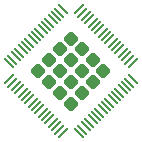
<source format=gtp>
G04 #@! TF.GenerationSoftware,KiCad,Pcbnew,9.0.6*
G04 #@! TF.CreationDate,2026-01-02T14:08:44-06:00*
G04 #@! TF.ProjectId,QFN-68_8x8,51464e2d-3638-45f3-9878-382e6b696361,rev?*
G04 #@! TF.SameCoordinates,Original*
G04 #@! TF.FileFunction,Paste,Top*
G04 #@! TF.FilePolarity,Positive*
%FSLAX46Y46*%
G04 Gerber Fmt 4.6, Leading zero omitted, Abs format (unit mm)*
G04 Created by KiCad (PCBNEW 9.0.6) date 2026-01-02 14:08:44*
%MOMM*%
%LPD*%
G01*
G04 APERTURE LIST*
G04 Aperture macros list*
%AMRoundRect*
0 Rectangle with rounded corners*
0 $1 Rounding radius*
0 $2 $3 $4 $5 $6 $7 $8 $9 X,Y pos of 4 corners*
0 Add a 4 corners polygon primitive as box body*
4,1,4,$2,$3,$4,$5,$6,$7,$8,$9,$2,$3,0*
0 Add four circle primitives for the rounded corners*
1,1,$1+$1,$2,$3*
1,1,$1+$1,$4,$5*
1,1,$1+$1,$6,$7*
1,1,$1+$1,$8,$9*
0 Add four rect primitives between the rounded corners*
20,1,$1+$1,$2,$3,$4,$5,0*
20,1,$1+$1,$4,$5,$6,$7,0*
20,1,$1+$1,$6,$7,$8,$9,0*
20,1,$1+$1,$8,$9,$2,$3,0*%
G04 Aperture macros list end*
%ADD10RoundRect,0.050000X-0.437522X-0.366812X-0.366812X-0.437522X0.437522X0.366812X0.366812X0.437522X0*%
%ADD11RoundRect,0.050000X-0.437522X0.366812X0.366812X-0.437522X0.437522X-0.366812X-0.366812X0.437522X0*%
%ADD12RoundRect,0.250000X-0.360624X0.000000X0.000000X-0.360624X0.360624X0.000000X0.000000X0.360624X0*%
G04 APERTURE END LIST*
D10*
X139131096Y-114308099D03*
X139413939Y-114590942D03*
X139696782Y-114873785D03*
X139979624Y-115156627D03*
X140262467Y-115439470D03*
X140545310Y-115722313D03*
X140828153Y-116005156D03*
X141110995Y-116287998D03*
X141393838Y-116570841D03*
X141676681Y-116853684D03*
X141959523Y-117136526D03*
X142242366Y-117419369D03*
X142525209Y-117702212D03*
X142808052Y-117985055D03*
X143090894Y-118267897D03*
X143373737Y-118550740D03*
X143656580Y-118833583D03*
D11*
X143656580Y-120235775D03*
X143373737Y-120518618D03*
X143090894Y-120801461D03*
X142808052Y-121084303D03*
X142525209Y-121367146D03*
X142242366Y-121649989D03*
X141959523Y-121932832D03*
X141676681Y-122215674D03*
X141393838Y-122498517D03*
X141110995Y-122781360D03*
X140828153Y-123064202D03*
X140545310Y-123347045D03*
X140262467Y-123629888D03*
X139979624Y-123912731D03*
X139696782Y-124195573D03*
X139413939Y-124478416D03*
X139131096Y-124761259D03*
D10*
X137728904Y-124761259D03*
X137446061Y-124478416D03*
X137163218Y-124195573D03*
X136880376Y-123912731D03*
X136597533Y-123629888D03*
X136314690Y-123347045D03*
X136031847Y-123064202D03*
X135749005Y-122781360D03*
X135466162Y-122498517D03*
X135183319Y-122215674D03*
X134900477Y-121932832D03*
X134617634Y-121649989D03*
X134334791Y-121367146D03*
X134051948Y-121084303D03*
X133769106Y-120801461D03*
X133486263Y-120518618D03*
X133203420Y-120235775D03*
D11*
X133203420Y-118833583D03*
X133486263Y-118550740D03*
X133769106Y-118267897D03*
X134051948Y-117985055D03*
X134334791Y-117702212D03*
X134617634Y-117419369D03*
X134900477Y-117136526D03*
X135183319Y-116853684D03*
X135466162Y-116570841D03*
X135749005Y-116287998D03*
X136031847Y-116005156D03*
X136314690Y-115722313D03*
X136597533Y-115439470D03*
X136880376Y-115156627D03*
X137163218Y-114873785D03*
X137446061Y-114590942D03*
X137728904Y-114308099D03*
D12*
X138430000Y-122292395D03*
X139349239Y-121373157D03*
X140268478Y-120453918D03*
X141187716Y-119534679D03*
X137510761Y-121373157D03*
X138430000Y-120453918D03*
X139349239Y-119534679D03*
X140268478Y-118615440D03*
X136591522Y-120453918D03*
X137510761Y-119534679D03*
X138430000Y-118615440D03*
X139349239Y-117696201D03*
X135672284Y-119534679D03*
X136591522Y-118615440D03*
X137510761Y-117696201D03*
X138430000Y-116776963D03*
M02*

</source>
